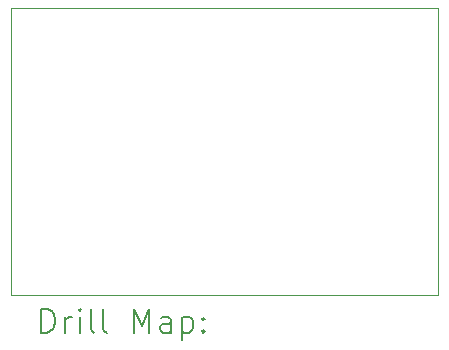
<source format=gbr>
%TF.GenerationSoftware,KiCad,Pcbnew,7.0.5*%
%TF.CreationDate,2024-02-12T16:47:11-03:00*%
%TF.ProjectId,baseSX1276,62617365-5358-4313-9237-362e6b696361,rev?*%
%TF.SameCoordinates,Original*%
%TF.FileFunction,Drillmap*%
%TF.FilePolarity,Positive*%
%FSLAX45Y45*%
G04 Gerber Fmt 4.5, Leading zero omitted, Abs format (unit mm)*
G04 Created by KiCad (PCBNEW 7.0.5) date 2024-02-12 16:47:11*
%MOMM*%
%LPD*%
G01*
G04 APERTURE LIST*
%ADD10C,0.100000*%
%ADD11C,0.200000*%
G04 APERTURE END LIST*
D10*
X11390000Y-6035000D02*
X15001000Y-6035000D01*
X15001000Y-8464000D01*
X11390000Y-8464000D01*
X11390000Y-6035000D01*
D11*
X11645777Y-8780484D02*
X11645777Y-8580484D01*
X11645777Y-8580484D02*
X11693396Y-8580484D01*
X11693396Y-8580484D02*
X11721967Y-8590008D01*
X11721967Y-8590008D02*
X11741015Y-8609055D01*
X11741015Y-8609055D02*
X11750539Y-8628103D01*
X11750539Y-8628103D02*
X11760062Y-8666198D01*
X11760062Y-8666198D02*
X11760062Y-8694770D01*
X11760062Y-8694770D02*
X11750539Y-8732865D01*
X11750539Y-8732865D02*
X11741015Y-8751912D01*
X11741015Y-8751912D02*
X11721967Y-8770960D01*
X11721967Y-8770960D02*
X11693396Y-8780484D01*
X11693396Y-8780484D02*
X11645777Y-8780484D01*
X11845777Y-8780484D02*
X11845777Y-8647150D01*
X11845777Y-8685246D02*
X11855301Y-8666198D01*
X11855301Y-8666198D02*
X11864824Y-8656674D01*
X11864824Y-8656674D02*
X11883872Y-8647150D01*
X11883872Y-8647150D02*
X11902920Y-8647150D01*
X11969586Y-8780484D02*
X11969586Y-8647150D01*
X11969586Y-8580484D02*
X11960062Y-8590008D01*
X11960062Y-8590008D02*
X11969586Y-8599531D01*
X11969586Y-8599531D02*
X11979110Y-8590008D01*
X11979110Y-8590008D02*
X11969586Y-8580484D01*
X11969586Y-8580484D02*
X11969586Y-8599531D01*
X12093396Y-8780484D02*
X12074348Y-8770960D01*
X12074348Y-8770960D02*
X12064824Y-8751912D01*
X12064824Y-8751912D02*
X12064824Y-8580484D01*
X12198158Y-8780484D02*
X12179110Y-8770960D01*
X12179110Y-8770960D02*
X12169586Y-8751912D01*
X12169586Y-8751912D02*
X12169586Y-8580484D01*
X12426729Y-8780484D02*
X12426729Y-8580484D01*
X12426729Y-8580484D02*
X12493396Y-8723341D01*
X12493396Y-8723341D02*
X12560062Y-8580484D01*
X12560062Y-8580484D02*
X12560062Y-8780484D01*
X12741015Y-8780484D02*
X12741015Y-8675722D01*
X12741015Y-8675722D02*
X12731491Y-8656674D01*
X12731491Y-8656674D02*
X12712443Y-8647150D01*
X12712443Y-8647150D02*
X12674348Y-8647150D01*
X12674348Y-8647150D02*
X12655301Y-8656674D01*
X12741015Y-8770960D02*
X12721967Y-8780484D01*
X12721967Y-8780484D02*
X12674348Y-8780484D01*
X12674348Y-8780484D02*
X12655301Y-8770960D01*
X12655301Y-8770960D02*
X12645777Y-8751912D01*
X12645777Y-8751912D02*
X12645777Y-8732865D01*
X12645777Y-8732865D02*
X12655301Y-8713817D01*
X12655301Y-8713817D02*
X12674348Y-8704293D01*
X12674348Y-8704293D02*
X12721967Y-8704293D01*
X12721967Y-8704293D02*
X12741015Y-8694770D01*
X12836253Y-8647150D02*
X12836253Y-8847150D01*
X12836253Y-8656674D02*
X12855301Y-8647150D01*
X12855301Y-8647150D02*
X12893396Y-8647150D01*
X12893396Y-8647150D02*
X12912443Y-8656674D01*
X12912443Y-8656674D02*
X12921967Y-8666198D01*
X12921967Y-8666198D02*
X12931491Y-8685246D01*
X12931491Y-8685246D02*
X12931491Y-8742389D01*
X12931491Y-8742389D02*
X12921967Y-8761436D01*
X12921967Y-8761436D02*
X12912443Y-8770960D01*
X12912443Y-8770960D02*
X12893396Y-8780484D01*
X12893396Y-8780484D02*
X12855301Y-8780484D01*
X12855301Y-8780484D02*
X12836253Y-8770960D01*
X13017205Y-8761436D02*
X13026729Y-8770960D01*
X13026729Y-8770960D02*
X13017205Y-8780484D01*
X13017205Y-8780484D02*
X13007682Y-8770960D01*
X13007682Y-8770960D02*
X13017205Y-8761436D01*
X13017205Y-8761436D02*
X13017205Y-8780484D01*
X13017205Y-8656674D02*
X13026729Y-8666198D01*
X13026729Y-8666198D02*
X13017205Y-8675722D01*
X13017205Y-8675722D02*
X13007682Y-8666198D01*
X13007682Y-8666198D02*
X13017205Y-8656674D01*
X13017205Y-8656674D02*
X13017205Y-8675722D01*
M02*

</source>
